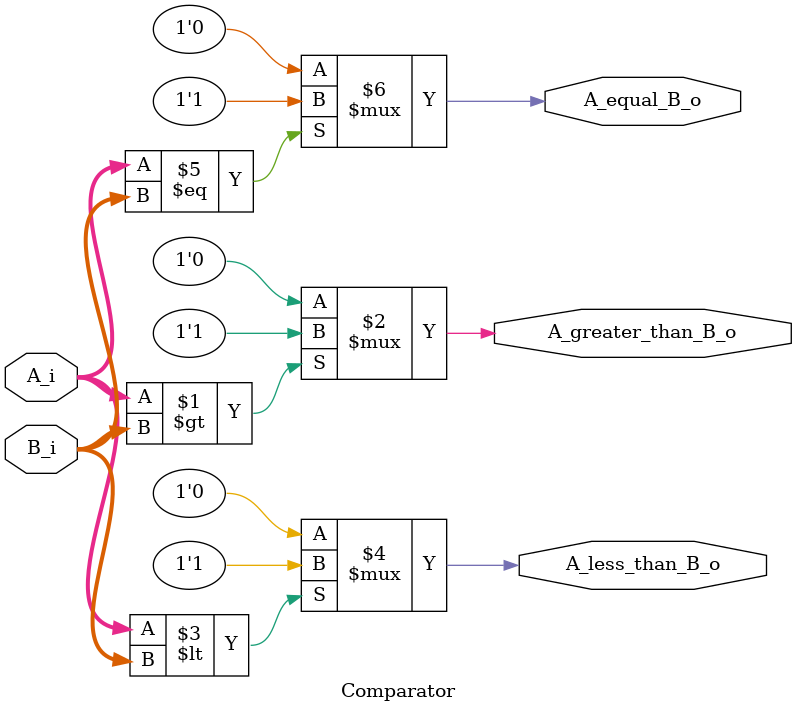
<source format=v>
module Comparator #(
    parameter WIDTH = 32
)(
    input signed [WIDTH-1:0] A_i,
    input signed [WIDTH-1:0] B_i,

    output wire A_greater_than_B_o,
    output wire A_less_than_B_o,
    output wire A_equal_B_o
);

assign A_greater_than_B_o = (A_i>B_i)  ? 1'b1 : 1'b0;
assign A_less_than_B_o    = (A_i<B_i)  ? 1'b1 : 1'b0;
assign A_equal_B_o        = (A_i==B_i) ? 1'b1 : 1'b0;

endmodule

</source>
